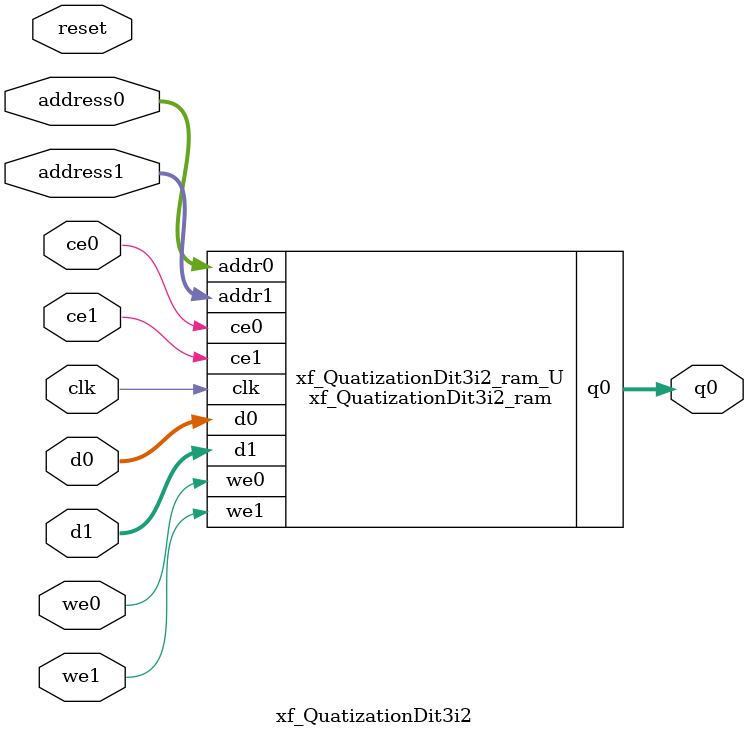
<source format=v>
`timescale 1 ns / 1 ps
module xf_QuatizationDit3i2_ram (addr0, ce0, d0, we0, q0, addr1, ce1, d1, we1,  clk);

parameter DWIDTH = 5;
parameter AWIDTH = 10;
parameter MEM_SIZE = 960;

input[AWIDTH-1:0] addr0;
input ce0;
input[DWIDTH-1:0] d0;
input we0;
output reg[DWIDTH-1:0] q0;
input[AWIDTH-1:0] addr1;
input ce1;
input[DWIDTH-1:0] d1;
input we1;
input clk;

(* ram_style = "block" *)reg [DWIDTH-1:0] ram[0:MEM_SIZE-1];




always @(posedge clk)  
begin 
    if (ce0) begin
        if (we0) 
            ram[addr0] <= d0; 
        q0 <= ram[addr0];
    end
end


always @(posedge clk)  
begin 
    if (ce1) begin
        if (we1) 
            ram[addr1] <= d1; 
    end
end


endmodule

`timescale 1 ns / 1 ps
module xf_QuatizationDit3i2(
    reset,
    clk,
    address0,
    ce0,
    we0,
    d0,
    q0,
    address1,
    ce1,
    we1,
    d1);

parameter DataWidth = 32'd5;
parameter AddressRange = 32'd960;
parameter AddressWidth = 32'd10;
input reset;
input clk;
input[AddressWidth - 1:0] address0;
input ce0;
input we0;
input[DataWidth - 1:0] d0;
output[DataWidth - 1:0] q0;
input[AddressWidth - 1:0] address1;
input ce1;
input we1;
input[DataWidth - 1:0] d1;



xf_QuatizationDit3i2_ram xf_QuatizationDit3i2_ram_U(
    .clk( clk ),
    .addr0( address0 ),
    .ce0( ce0 ),
    .we0( we0 ),
    .d0( d0 ),
    .q0( q0 ),
    .addr1( address1 ),
    .ce1( ce1 ),
    .we1( we1 ),
    .d1( d1 ));

endmodule


</source>
